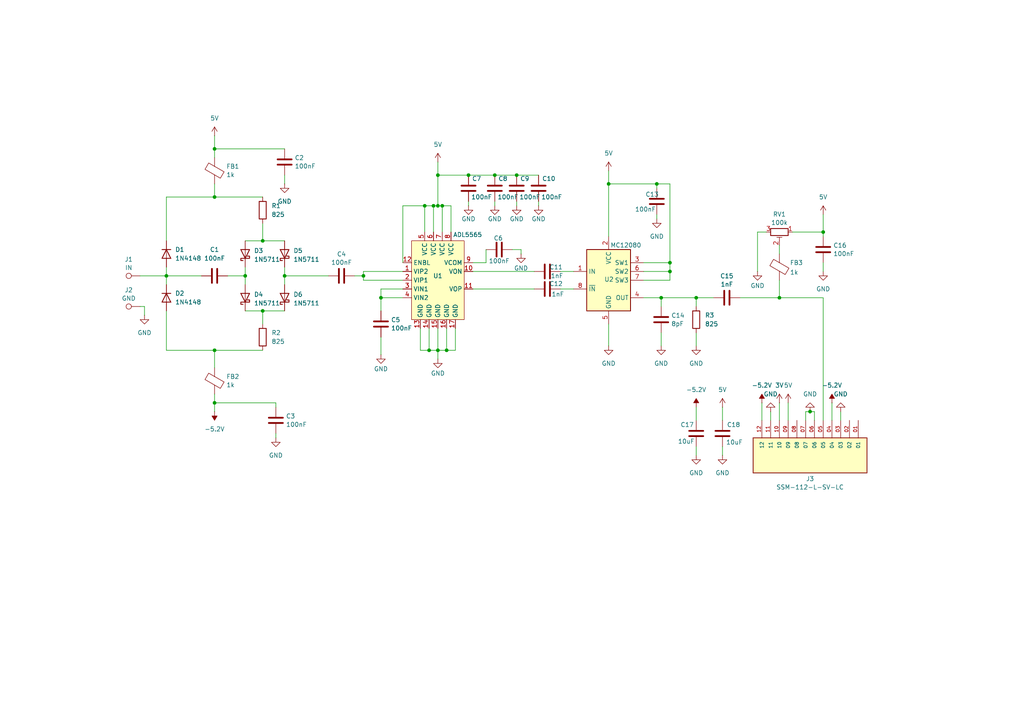
<source format=kicad_sch>
(kicad_sch (version 20231120) (generator "eeschema") (generator_version "8.0")
  (paper "A4")
  (lib_symbols
    (symbol "Connector:TestPoint" (pin_numbers hide) (pin_names (offset 0.762) hide)
      (property "Reference" "TP" (at 0 6.858 0))
      (property "Value" "TestPoint" (at 0 5.08 0))
      (symbol "TestPoint_0_1"
        (circle (center 0 3.302) (radius 0.762))
      )
      (symbol "TestPoint_1_1"
        (pin passive line (at 0 0 90) (length 2.54) (name "1") (number "1"))
      )
    )
    (symbol "Device:C" (pin_numbers hide) (pin_names (offset 0.254))
      (property "Reference" "C" (at 0.635 2.54 0))
      (property "Value" "C" (at 0.635 -2.54 0))
      (symbol "C_0_1"
        (polyline (pts (xy -2.032 -0.762) (xy 2.032 -0.762)) (stroke (width 0.508)))
        (polyline (pts (xy -2.032 0.762) (xy 2.032 0.762)) (stroke (width 0.508)))
      )
      (symbol "C_1_1"
        (pin passive line (at 0 3.81 270) (length 2.794) (name "~") (number "1"))
        (pin passive line (at 0 -3.81 90) (length 2.794) (name "~") (number "2"))
      )
    )
    (symbol "Device:FerriteBead" (pin_numbers hide) (pin_names (offset 0))
      (property "Reference" "FB" (at -3.81 0.635 90))
      (property "Value" "FerriteBead" (at 3.81 0 90))
      (symbol "FerriteBead_0_1"
        (polyline (pts (xy 0 -1.27) (xy 0 -1.2192)))
        (polyline (pts (xy 0 1.27) (xy 0 1.2954)))
        (polyline (pts (xy -2.7686 0.4064) (xy -1.7018 2.2606) (xy 2.7686 -0.3048) (xy 1.6764 -2.159) (xy -2.7686 0.4064)))
      )
      (symbol "FerriteBead_1_1"
        (pin passive line (at 0 3.81 270) (length 2.54) (name "~") (number "1"))
        (pin passive line (at 0 -3.81 90) (length 2.54) (name "~") (number "2"))
      )
    )
    (symbol "Device:R" (pin_numbers hide) (pin_names (offset 0))
      (property "Reference" "R" (at 2.032 0 90))
      (property "Value" "R" (at 0 0 90))
      (symbol "R_0_1"
        (rectangle (start -1.016 -2.54) (end 1.016 2.54) (stroke (width 0.254)))
      )
      (symbol "R_1_1"
        (pin passive line (at 0 3.81 270) (length 1.27) (name "~") (number "1"))
        (pin passive line (at 0 -3.81 90) (length 1.27) (name "~") (number "2"))
      )
    )
    (symbol "Device:R_Potentiometer_Trim" (pin_names (offset 1.016) hide)
      (property "Reference" "RV" (at -4.445 0 90))
      (property "Value" "R_Potentiometer_Trim" (at -2.54 0 90))
      (symbol "R_Potentiometer_Trim_0_1"
        (polyline (pts (xy 1.524 0.762) (xy 1.524 -0.762)))
        (polyline (pts (xy 2.54 0) (xy 1.524 0)))
        (rectangle (start 1.016 2.54) (end -1.016 -2.54) (stroke (width 0.254)))
      )
      (symbol "R_Potentiometer_Trim_1_1"
        (pin passive line (at 0 3.81 270) (length 1.27) (name "1") (number "1"))
        (pin passive line (at 3.81 0 180) (length 1.27) (name "2") (number "2"))
        (pin passive line (at 0 -3.81 90) (length 1.27) (name "3") (number "3"))
      )
    )
    (symbol "Diode:1N4148" (pin_numbers hide) (pin_names hide)
      (property "Reference" "D" (at 0 2.54 0))
      (property "Value" "1N4148" (at 0 -2.54 0))
      (symbol "1N4148_0_1"
        (polyline (pts (xy -1.27 1.27) (xy -1.27 -1.27)) (stroke (width 0.254)))
        (polyline (pts (xy 1.27 0) (xy -1.27 0)))
        (polyline (pts (xy 1.27 1.27) (xy 1.27 -1.27) (xy -1.27 0) (xy 1.27 1.27)) (stroke (width 0.254)))
      )
      (symbol "1N4148_1_1"
        (pin passive line (at -3.81 0 0) (length 2.54) (name "K") (number "1"))
        (pin passive line (at 3.81 0 180) (length 2.54) (name "A") (number "2"))
      )
    )
    (symbol "Diode:1N5711" (pin_numbers hide) (pin_names (offset 1.016) hide)
      (property "Reference" "D" (at 0 2.54 0))
      (property "Value" "1N5711" (at 0 -2.54 0))
      (symbol "1N5711_0_1"
        (polyline (pts (xy 1.27 0) (xy -1.27 0)))
        (polyline (pts (xy 1.27 1.27) (xy 1.27 -1.27) (xy -1.27 0) (xy 1.27 1.27)) (stroke (width 0.254)))
        (polyline (pts (xy -1.905 0.635) (xy -1.905 1.27) (xy -1.27 1.27) (xy -1.27 -1.27) (xy -0.635 -1.27) (xy -0.635 -0.635)) (stroke (width 0.254)))
      )
      (symbol "1N5711_1_1"
        (pin passive line (at -3.81 0 0) (length 2.54) (name "K") (number "1"))
        (pin passive line (at 3.81 0 180) (length 2.54) (name "A") (number "2"))
      )
    )
    (symbol "RF:MC12080"
      (property "Reference" "U" (at -5.08 10.16 0))
      (property "Value" "MC12080" (at 5.08 10.16 0))
      (symbol "MC12080_0_1"
        (rectangle (start -6.35 8.89) (end 6.35 -8.89) (stroke (width 0.254)) (fill (type background)))
      )
      (symbol "MC12080_1_1"
        (pin input line (at -10.16 2.54 0) (length 3.81) (name "IN") (number "1"))
        (pin power_in line (at 0 12.7 270) (length 3.81) (name "VCC") (number "2"))
        (pin input line (at 10.16 5.08 180) (length 3.81) (name "SW1") (number "3"))
        (pin output line (at 10.16 -5.08 180) (length 3.81) (name "OUT") (number "4"))
        (pin power_in line (at 0 -12.7 90) (length 3.81) (name "GND") (number "5"))
        (pin input line (at 10.16 2.54 180) (length 3.81) (name "SW2") (number "6"))
        (pin input line (at 10.16 0 180) (length 3.81) (name "SW3") (number "7"))
        (pin input line (at -10.16 -2.54 0) (length 3.81) (name "~{IN}") (number "8"))
      )
    )
    (symbol "RF_CUSTOM:ADL5565"
      (property "Reference" "U" (at -0.254 0 0))
      (symbol "ADL5565_1_1"
        (rectangle (start -7.62 11.43) (end 7.62 -11.43) (fill (type background)))
        (pin input line (at -10.16 2.54 0) (length 2.54) (name "VIP2") (number "1"))
        (pin output line (at 10.16 2.54 180) (length 2.54) (name "VON") (number "10"))
        (pin output line (at 10.16 -2.54 180) (length 2.54) (name "VOP") (number "11"))
        (pin input line (at -10.16 5.08 0) (length 2.54) (name "ENBL") (number "12"))
        (pin power_in line (at -5.08 -13.97 90) (length 2.54) (name "GND") (number "13"))
        (pin power_in line (at -2.54 -13.97 90) (length 2.54) (name "GND") (number "14"))
        (pin power_in line (at 0 -13.97 90) (length 2.54) (name "GND") (number "15"))
        (pin power_in line (at 2.54 -13.97 90) (length 2.54) (name "GND") (number "16"))
        (pin power_in line (at 5.08 -13.97 90) (length 2.54) (name "GND") (number "17"))
        (pin input line (at -10.16 0 0) (length 2.54) (name "VIP1") (number "2"))
        (pin input line (at -10.16 -2.54 0) (length 2.54) (name "VIN1") (number "3"))
        (pin input line (at -10.16 -5.08 0) (length 2.54) (name "VIN2") (number "4"))
        (pin power_in line (at -3.81 13.97 270) (length 2.54) (name "VCC") (number "5"))
        (pin power_in line (at -1.27 13.97 270) (length 2.54) (name "VCC") (number "6"))
        (pin power_in line (at 1.27 13.97 270) (length 2.54) (name "VCC") (number "7"))
        (pin power_in line (at 3.81 13.97 270) (length 2.54) (name "VCC") (number "8"))
        (pin output line (at 10.16 5.08 180) (length 2.54) (name "VCOM") (number "9"))
      )
    )
    (symbol "SSM-112-L-SV-LC:SSM-112-L-SV-LC" (pin_names (offset 1.016))
      (property "Reference" "J" (at -5.58 16.356 0))
      (property "Value" "SSM-112-L-SV-LC" (at -5.08 -20.32 0))
      (symbol "SSM-112-L-SV-LC_0_0"
        (rectangle (start -5.08 -17.78) (end 5.08 15.24) (stroke (width 0.254)) (fill (type background)))
        (pin passive line (at -10.16 12.7 0) (length 5.08) (name "01") (number "01"))
        (pin passive line (at -10.16 10.16 0) (length 5.08) (name "02") (number "02"))
        (pin passive line (at -10.16 7.62 0) (length 5.08) (name "03") (number "03"))
        (pin passive line (at -10.16 5.08 0) (length 5.08) (name "04") (number "04"))
        (pin passive line (at -10.16 2.54 0) (length 5.08) (name "05") (number "05"))
        (pin passive line (at -10.16 0 0) (length 5.08) (name "06") (number "06"))
        (pin passive line (at -10.16 -2.54 0) (length 5.08) (name "07") (number "07"))
        (pin passive line (at -10.16 -5.08 0) (length 5.08) (name "08") (number "08"))
        (pin passive line (at -10.16 -7.62 0) (length 5.08) (name "09") (number "09"))
        (pin passive line (at -10.16 -10.16 0) (length 5.08) (name "10") (number "10"))
        (pin passive line (at -10.16 -12.7 0) (length 5.08) (name "11") (number "11"))
        (pin passive line (at -10.16 -15.24 0) (length 5.08) (name "12") (number "12"))
      )
    )
    (symbol "power:+3.3V" (power) (pin_numbers hide) (pin_names (offset 0) hide)
      (property "Value" "+3.3V" (at 0 3.556 0))
      (symbol "+3.3V_0_1"
        (polyline (pts (xy -0.762 1.27) (xy 0 2.54)))
        (polyline (pts (xy 0 0) (xy 0 2.54)))
        (polyline (pts (xy 0 2.54) (xy 0.762 1.27)))
      )
      (symbol "+3.3V_1_1"
        (pin power_in line (at 0 0 90) (length 0) (name "~") (number "1"))
      )
    )
    (symbol "power:+5V" (power) (pin_numbers hide) (pin_names (offset 0) hide)
      (property "Value" "+5V" (at 0 3.556 0))
      (symbol "+5V_0_1"
        (polyline (pts (xy -0.762 1.27) (xy 0 2.54)))
        (polyline (pts (xy 0 0) (xy 0 2.54)))
        (polyline (pts (xy 0 2.54) (xy 0.762 1.27)))
      )
      (symbol "+5V_1_1"
        (pin power_in line (at 0 0 90) (length 0) (name "~") (number "1"))
      )
    )
    (symbol "power:-5V" (power) (pin_numbers hide) (pin_names (offset 0) hide)
      (property "Value" "-5V" (at 0 3.556 0))
      (symbol "-5V_0_0"
        (pin power_in line (at 0 0 90) (length 0) (name "~") (number "1"))
      )
      (symbol "-5V_0_1"
        (polyline (pts (xy 0 0) (xy 0 1.27) (xy 0.762 1.27) (xy 0 2.54) (xy -0.762 1.27) (xy 0 1.27)) (fill (type outline)))
      )
    )
    (symbol "power:GND" (power) (pin_numbers hide) (pin_names (offset 0) hide)
      (property "Value" "GND" (at 0 -3.81 0))
      (symbol "GND_0_1"
        (polyline (pts (xy 0 0) (xy 0 -1.27) (xy 1.27 -1.27) (xy 0 -2.54) (xy -1.27 -1.27) (xy 0 -1.27)))
      )
      (symbol "GND_1_1"
        (pin power_in line (at 0 0 270) (length 0) (name "~") (number "1"))
      )
    )
  )
  (junction (at 127 50.8))
  (junction (at 62.23 101.6))
  (junction (at 62.23 43.18))
  (junction (at 191.77 86.36))
  (junction (at 226.06 86.36))
  (junction (at 71.12 80.01))
  (junction (at 62.23 57.15))
  (junction (at 62.23 116.84))
  (junction (at 48.26 80.01))
  (junction (at 194.31 78.74))
  (junction (at 128.27 59.69))
  (junction (at 127 101.6))
  (junction (at 190.5 53.34))
  (junction (at 123.19 59.69))
  (junction (at 238.76 67.31))
  (junction (at 76.2 90.17))
  (junction (at 129.54 101.6))
  (junction (at 143.51 50.8))
  (junction (at 201.93 86.36))
  (junction (at 124.46 101.6))
  (junction (at 176.53 53.34))
  (junction (at 149.86 50.8))
  (junction (at 76.2 69.85))
  (junction (at 127 59.69))
  (junction (at 110.49 86.36))
  (junction (at 125.73 59.69))
  (junction (at 194.31 76.2))
  (junction (at 234.95 119.38))
  (junction (at 82.55 80.01))
  (junction (at 135.89 50.8))
  (junction (at 105.41 80.01))
  (wire (pts (xy 209.55 118.11) (xy 209.55 121.92)))
  (wire (pts (xy 48.26 80.01) (xy 48.26 82.55)))
  (wire (pts (xy 194.31 76.2) (xy 194.31 53.34)))
  (wire (pts (xy 191.77 86.36) (xy 201.93 86.36)))
  (wire (pts (xy 190.5 62.23) (xy 190.5 63.5)))
  (wire (pts (xy 127 50.8) (xy 127 59.69)))
  (wire (pts (xy 105.41 78.74) (xy 105.41 80.01)))
  (wire (pts (xy 220.98 116.84) (xy 220.98 121.92)))
  (wire (pts (xy 201.93 129.54) (xy 201.93 132.08)))
  (wire (pts (xy 110.49 97.79) (xy 110.49 102.87)))
  (wire (pts (xy 121.92 101.6) (xy 124.46 101.6)))
  (wire (pts (xy 129.54 101.6) (xy 127 101.6)))
  (wire (pts (xy 110.49 86.36) (xy 110.49 90.17)))
  (wire (pts (xy 233.68 119.38) (xy 234.95 119.38)))
  (wire (pts (xy 48.26 80.01) (xy 58.42 80.01)))
  (wire (pts (xy 82.55 80.01) (xy 82.55 82.55)))
  (wire (pts (xy 194.31 53.34) (xy 190.5 53.34)))
  (wire (pts (xy 41.91 88.9) (xy 41.91 91.44)))
  (wire (pts (xy 201.93 118.11) (xy 201.93 121.92)))
  (wire (pts (xy 62.23 116.84) (xy 80.01 116.84)))
  (wire (pts (xy 135.89 58.42) (xy 135.89 59.69)))
  (wire (pts (xy 124.46 95.25) (xy 124.46 101.6)))
  (wire (pts (xy 226.06 71.12) (xy 226.06 73.66)))
  (wire (pts (xy 62.23 57.15) (xy 76.2 57.15)))
  (wire (pts (xy 233.68 121.92) (xy 233.68 119.38)))
  (wire (pts (xy 62.23 106.68) (xy 62.23 101.6)))
  (wire (pts (xy 105.41 81.28) (xy 116.84 81.28)))
  (wire (pts (xy 82.55 50.8) (xy 82.55 53.34)))
  (wire (pts (xy 135.89 50.8) (xy 143.51 50.8)))
  (wire (pts (xy 186.69 78.74) (xy 194.31 78.74)))
  (wire (pts (xy 186.69 76.2) (xy 194.31 76.2)))
  (wire (pts (xy 140.97 76.2) (xy 140.97 72.39)))
  (wire (pts (xy 226.06 86.36) (xy 238.76 86.36)))
  (wire (pts (xy 76.2 90.17) (xy 82.55 90.17)))
  (wire (pts (xy 71.12 77.47) (xy 71.12 80.01)))
  (wire (pts (xy 82.55 77.47) (xy 82.55 80.01)))
  (wire (pts (xy 127 46.99) (xy 127 50.8)))
  (wire (pts (xy 162.56 83.82) (xy 166.37 83.82)))
  (wire (pts (xy 40.64 88.9) (xy 41.91 88.9)))
  (wire (pts (xy 190.5 53.34) (xy 176.53 53.34)))
  (wire (pts (xy 236.22 119.38) (xy 234.95 119.38)))
  (wire (pts (xy 127 101.6) (xy 127 104.14)))
  (wire (pts (xy 66.04 80.01) (xy 71.12 80.01)))
  (wire (pts (xy 226.06 81.28) (xy 226.06 86.36)))
  (wire (pts (xy 191.77 96.52) (xy 191.77 100.33)))
  (wire (pts (xy 228.6 116.84) (xy 228.6 121.92)))
  (wire (pts (xy 176.53 93.98) (xy 176.53 100.33)))
  (wire (pts (xy 222.25 67.31) (xy 219.71 67.31)))
  (wire (pts (xy 123.19 59.69) (xy 123.19 67.31)))
  (wire (pts (xy 71.12 90.17) (xy 76.2 90.17)))
  (wire (pts (xy 48.26 77.47) (xy 48.26 80.01)))
  (wire (pts (xy 223.52 119.38) (xy 223.52 121.92)))
  (wire (pts (xy 238.76 62.23) (xy 238.76 67.31)))
  (wire (pts (xy 116.84 83.82) (xy 110.49 83.82)))
  (wire (pts (xy 62.23 101.6) (xy 76.2 101.6)))
  (wire (pts (xy 201.93 96.52) (xy 201.93 100.33)))
  (wire (pts (xy 190.5 53.34) (xy 190.5 54.61)))
  (wire (pts (xy 137.16 78.74) (xy 154.94 78.74)))
  (wire (pts (xy 191.77 86.36) (xy 191.77 88.9)))
  (wire (pts (xy 48.26 57.15) (xy 62.23 57.15)))
  (wire (pts (xy 176.53 53.34) (xy 176.53 68.58)))
  (wire (pts (xy 125.73 59.69) (xy 125.73 67.31)))
  (wire (pts (xy 238.76 67.31) (xy 238.76 68.58)))
  (wire (pts (xy 214.63 86.36) (xy 226.06 86.36)))
  (wire (pts (xy 236.22 121.92) (xy 236.22 119.38)))
  (wire (pts (xy 219.71 67.31) (xy 219.71 78.74)))
  (wire (pts (xy 71.12 69.85) (xy 76.2 69.85)))
  (wire (pts (xy 48.26 69.85) (xy 48.26 57.15)))
  (wire (pts (xy 243.84 119.38) (xy 243.84 121.92)))
  (wire (pts (xy 176.53 49.53) (xy 176.53 53.34)))
  (wire (pts (xy 127 59.69) (xy 125.73 59.69)))
  (wire (pts (xy 105.41 78.74) (xy 116.84 78.74)))
  (wire (pts (xy 62.23 43.18) (xy 82.55 43.18)))
  (wire (pts (xy 62.23 114.3) (xy 62.23 116.84)))
  (wire (pts (xy 143.51 58.42) (xy 143.51 59.69)))
  (wire (pts (xy 162.56 78.74) (xy 166.37 78.74)))
  (wire (pts (xy 137.16 76.2) (xy 140.97 76.2)))
  (wire (pts (xy 116.84 59.69) (xy 123.19 59.69)))
  (wire (pts (xy 229.87 67.31) (xy 238.76 67.31)))
  (wire (pts (xy 80.01 125.73) (xy 80.01 127)))
  (wire (pts (xy 62.23 116.84) (xy 62.23 119.38)))
  (wire (pts (xy 151.13 72.39) (xy 151.13 73.66)))
  (wire (pts (xy 148.59 72.39) (xy 151.13 72.39)))
  (wire (pts (xy 156.21 58.42) (xy 156.21 59.69)))
  (wire (pts (xy 40.64 80.01) (xy 48.26 80.01)))
  (wire (pts (xy 110.49 83.82) (xy 110.49 86.36)))
  (wire (pts (xy 62.23 39.37) (xy 62.23 43.18)))
  (wire (pts (xy 201.93 86.36) (xy 207.01 86.36)))
  (wire (pts (xy 76.2 64.77) (xy 76.2 69.85)))
  (wire (pts (xy 149.86 50.8) (xy 156.21 50.8)))
  (wire (pts (xy 62.23 43.18) (xy 62.23 45.72)))
  (wire (pts (xy 128.27 59.69) (xy 130.81 59.69)))
  (wire (pts (xy 186.69 81.28) (xy 194.31 81.28)))
  (wire (pts (xy 71.12 80.01) (xy 71.12 82.55)))
  (wire (pts (xy 143.51 50.8) (xy 149.86 50.8)))
  (wire (pts (xy 121.92 95.25) (xy 121.92 101.6)))
  (wire (pts (xy 137.16 83.82) (xy 154.94 83.82)))
  (wire (pts (xy 82.55 80.01) (xy 95.25 80.01)))
  (wire (pts (xy 76.2 69.85) (xy 82.55 69.85)))
  (wire (pts (xy 124.46 101.6) (xy 127 101.6)))
  (wire (pts (xy 132.08 101.6) (xy 129.54 101.6)))
  (wire (pts (xy 105.41 81.28) (xy 105.41 80.01)))
  (wire (pts (xy 127 95.25) (xy 127 101.6)))
  (wire (pts (xy 80.01 116.84) (xy 80.01 118.11)))
  (wire (pts (xy 129.54 95.25) (xy 129.54 101.6)))
  (wire (pts (xy 194.31 78.74) (xy 194.31 76.2)))
  (wire (pts (xy 128.27 59.69) (xy 128.27 67.31)))
  (wire (pts (xy 48.26 101.6) (xy 62.23 101.6)))
  (wire (pts (xy 76.2 90.17) (xy 76.2 93.98)))
  (wire (pts (xy 201.93 86.36) (xy 201.93 88.9)))
  (wire (pts (xy 209.55 129.54) (xy 209.55 132.08)))
  (wire (pts (xy 48.26 90.17) (xy 48.26 101.6)))
  (wire (pts (xy 238.76 76.2) (xy 238.76 78.74)))
  (wire (pts (xy 130.81 59.69) (xy 130.81 67.31)))
  (wire (pts (xy 116.84 76.2) (xy 116.84 59.69)))
  (wire (pts (xy 241.3 116.84) (xy 241.3 121.92)))
  (wire (pts (xy 186.69 86.36) (xy 191.77 86.36)))
  (wire (pts (xy 194.31 81.28) (xy 194.31 78.74)))
  (wire (pts (xy 110.49 86.36) (xy 116.84 86.36)))
  (wire (pts (xy 226.06 116.84) (xy 226.06 121.92)))
  (wire (pts (xy 132.08 95.25) (xy 132.08 101.6)))
  (wire (pts (xy 62.23 53.34) (xy 62.23 57.15)))
  (wire (pts (xy 125.73 59.69) (xy 123.19 59.69)))
  (wire (pts (xy 149.86 58.42) (xy 149.86 59.69)))
  (wire (pts (xy 105.41 80.01) (xy 102.87 80.01)))
  (wire (pts (xy 127 50.8) (xy 135.89 50.8)))
  (wire (pts (xy 127 59.69) (xy 128.27 59.69)))
  (wire (pts (xy 238.76 121.92) (xy 238.76 86.36)))
  (symbol (lib_id "power:GND") (at 156.21 59.69 0) (unit 1)
    (property "Reference" "#PWR031" (effects (hide yes)))
    (property "Value" "GND" (at 156.21 63.5 0))
    (property "Description" "Power symbol creates a global label with name \"GND\" , ground" (effects (hide yes)))
  )
  (symbol (lib_id "power:+5V") (at 176.53 49.53 0) (unit 1)
    (property "Reference" "#PWR013" (effects (hide yes)))
    (property "Value" "5V" (at 176.53 44.45 0))
    (property "Description" "Power symbol creates a global label with name \"+5V\"" (effects (hide yes)))
  )
  (symbol (lib_id "Device:R") (at 76.2 60.96 0) (unit 1)
    (property "Reference" "R1" (at 78.74 59.6899 0) (effects (justify left)))
    (property "Value" "825" (at 78.74 62.2299 0) (effects (justify left)))
    (property "Footprint" "Resistor_SMD:R_0805_2012Metric" (effects (hide yes)))
    (property "Description" "Resistor" (effects (hide yes)))
  )
  (symbol (lib_id "power:GND") (at 149.86 59.69 0) (unit 1)
    (property "Reference" "#PWR030" (effects (hide yes)))
    (property "Value" "GND" (at 149.86 63.5 0))
    (property "Description" "Power symbol creates a global label with name \"GND\" , ground" (effects (hide yes)))
  )
  (symbol (lib_id "power:GND") (at 151.13 73.66 0) (unit 1)
    (property "Reference" "#PWR028" (effects (hide yes)))
    (property "Value" "GND" (at 151.13 77.7931 0))
    (property "Description" "Power symbol creates a global label with name \"GND\" , ground" (effects (hide yes)))
  )
  (symbol (lib_id "Device:C") (at 158.75 78.74 90) (unit 1)
    (property "Reference" "C11" (at 161.29 77.47 90))
    (property "Value" "1nF" (at 161.544 80.01 90))
    (property "Footprint" "Capacitor_SMD:C_0805_2012Metric" (effects (hide yes)))
    (property "Description" "Unpolarized capacitor" (effects (hide yes)))
  )
  (symbol (lib_id "Device:FerriteBead") (at 62.23 49.53 0) (unit 1)
    (property "Reference" "FB1" (at 65.6336 48.267 0) (effects (justify left)))
    (property "Value" "1k" (at 65.6336 50.6913 0) (effects (justify left)))
    (property "Footprint" "Inductor_SMD:L_0805_2012Metric" (effects (hide yes)))
    (property "Description" "Ferrite bead" (effects (hide yes)))
  )
  (symbol (lib_id "Device:R") (at 201.93 92.71 0) (unit 1)
    (property "Reference" "R3" (at 204.47 91.4399 0) (effects (justify left)))
    (property "Value" "825" (at 204.47 93.9799 0) (effects (justify left)))
    (property "Footprint" "Resistor_SMD:R_0805_2012Metric" (effects (hide yes)))
    (property "Description" "Resistor" (effects (hide yes)))
  )
  (symbol (lib_id "Connector:TestPoint") (at 40.64 88.9 90) (unit 1)
    (property "Reference" "J2" (at 37.338 84.1205 90))
    (property "Value" "GND" (at 37.338 86.5448 90))
    (property "Footprint" "TestPoint:TestPoint_Bridge_Pitch2.54mm_Drill1.0mm" (effects (hide yes)))
    (property "Description" "test point" (effects (hide yes)))
  )
  (symbol (lib_id "Connector:TestPoint") (at 40.64 80.01 90) (unit 1)
    (property "Reference" "J1" (at 37.338 75.2305 90))
    (property "Value" "IN" (at 37.338 77.6548 90))
    (property "Footprint" "TestPoint:TestPoint_Loop_D2.50mm_Drill1.0mm" (effects (hide yes)))
    (property "Description" "test point" (effects (hide yes)))
  )
  (symbol (lib_id "power:+5V") (at 62.23 39.37 0) (unit 1)
    (property "Reference" "#PWR02" (effects (hide yes)))
    (property "Value" "5V" (at 62.23 34.29 0))
    (property "Description" "Power symbol creates a global label with name \"+5V\"" (effects (hide yes)))
  )
  (symbol (lib_id "power:GND") (at 238.76 78.74 0) (unit 1)
    (property "Reference" "#PWR021" (effects (hide yes)))
    (property "Value" "GND" (at 238.76 83.82 0))
    (property "Description" "Power symbol creates a global label with name \"GND\" , ground" (effects (hide yes)))
  )
  (symbol (lib_id "Diode:1N5711") (at 82.55 86.36 90) (unit 1)
    (property "Reference" "D6" (at 85.09 85.4074 90) (effects (justify right)))
    (property "Value" "1N5711" (at 85.09 87.9474 90) (effects (justify right)))
    (property "Footprint" "Diode_SMD:D_SOD-123F" (effects (hide yes)))
    (property "Datasheet" "https://www.microsemi.com/document-portal/doc_download/8865-lds-0040-datasheet" (effects (hide yes)))
    (property "Description" "70V 33mA Schottky diode, DO-35" (effects (hide yes)))
  )
  (symbol (lib_id "Device:C") (at 144.78 72.39 90) (unit 1)
    (property "Reference" "C6" (at 144.526 69.088 90))
    (property "Value" "100nF" (at 144.78 75.692 90))
    (property "Footprint" "Capacitor_SMD:C_0805_2012Metric" (effects (hide yes)))
    (property "Description" "Unpolarized capacitor" (effects (hide yes)))
  )
  (symbol (lib_id "Device:C") (at 82.55 46.99 0) (unit 1)
    (property "Reference" "C2" (at 85.471 45.7778 0) (effects (justify left)))
    (property "Value" "100nF" (at 85.471 48.2021 0) (effects (justify left)))
    (property "Footprint" "Capacitor_SMD:C_0805_2012Metric" (effects (hide yes)))
    (property "Description" "Unpolarized capacitor" (effects (hide yes)))
  )
  (symbol (lib_id "Device:C") (at 201.93 125.73 0) (unit 1)
    (property "Reference" "C17" (at 197.358 123.19 0) (effects (justify left)))
    (property "Value" "10uF" (at 196.596 128.016 0) (effects (justify left)))
    (property "Footprint" "Resistor_SMD:R_1210_3225Metric" (effects (hide yes)))
    (property "Description" "Unpolarized capacitor" (effects (hide yes)))
  )
  (symbol (lib_id "power:GND") (at 127 104.14 0) (unit 1)
    (property "Reference" "#PWR011" (effects (hide yes)))
    (property "Value" "GND" (at 127 108.2731 0))
    (property "Description" "Power symbol creates a global label with name \"GND\" , ground" (effects (hide yes)))
  )
  (symbol (lib_id "power:GND") (at 135.89 59.69 0) (unit 1)
    (property "Reference" "#PWR026" (effects (hide yes)))
    (property "Value" "GND" (at 135.89 63.5 0))
    (property "Description" "Power symbol creates a global label with name \"GND\" , ground" (effects (hide yes)))
  )
  (symbol (lib_id "power:GND") (at 82.55 53.34 0) (unit 1)
    (property "Reference" "#PWR018" (effects (hide yes)))
    (property "Value" "GND" (at 82.55 58.42 0))
    (property "Description" "Power symbol creates a global label with name \"GND\" , ground" (effects (hide yes)))
  )
  (symbol (lib_id "Diode:1N5711") (at 71.12 73.66 90) (unit 1)
    (property "Reference" "D3" (at 73.66 72.7074 90) (effects (justify right)))
    (property "Value" "1N5711" (at 73.66 75.2474 90) (effects (justify right)))
    (property "Footprint" "Diode_SMD:D_SOD-123F" (effects (hide yes)))
    (property "Datasheet" "https://www.microsemi.com/document-portal/doc_download/8865-lds-0040-datasheet" (effects (hide yes)))
    (property "Description" "70V 33mA Schottky diode, DO-35" (effects (hide yes)))
  )
  (symbol (lib_id "Device:FerriteBead") (at 62.23 110.49 0) (unit 1)
    (property "Reference" "FB2" (at 65.6336 109.227 0) (effects (justify left)))
    (property "Value" "1k" (at 65.6336 111.6513 0) (effects (justify left)))
    (property "Footprint" "Inductor_SMD:L_0805_2012Metric" (effects (hide yes)))
    (property "Description" "Ferrite bead" (effects (hide yes)))
  )
  (symbol (lib_id "Device:C") (at 158.75 83.82 90) (unit 1)
    (property "Reference" "C12" (at 161.29 82.296 90))
    (property "Value" "1nF" (at 161.798 85.344 90))
    (property "Footprint" "Capacitor_SMD:C_0805_2012Metric" (effects (hide yes)))
    (property "Description" "Unpolarized capacitor" (effects (hide yes)))
  )
  (symbol (lib_id "Device:C") (at 190.5 58.42 0) (unit 1)
    (property "Reference" "C13" (at 187.198 56.388 0) (effects (justify left)))
    (property "Value" "100nF" (at 184.15 60.706 0) (effects (justify left)))
    (property "Footprint" "Capacitor_SMD:C_0805_2012Metric" (effects (hide yes)))
    (property "Description" "Unpolarized capacitor" (effects (hide yes)))
  )
  (symbol (lib_id "power:GND") (at 234.95 119.38 180) (unit 1)
    (property "Reference" "#PWR09" (effects (hide yes)))
    (property "Value" "GND" (at 234.95 114.3 0))
    (property "Description" "Power symbol creates a global label with name \"GND\" , ground" (effects (hide yes)))
  )
  (symbol (lib_id "power:GND") (at 201.93 132.08 0) (unit 1)
    (property "Reference" "#PWR022" (effects (hide yes)))
    (property "Value" "GND" (at 201.93 137.16 0))
    (property "Description" "Power symbol creates a global label with name \"GND\" , ground" (effects (hide yes)))
  )
  (symbol (lib_id "power:+3.3V") (at 226.06 116.84 0) (unit 1)
    (property "Reference" "#PWR04" (effects (hide yes)))
    (property "Value" "3V" (at 226.06 111.76 0))
    (property "Description" "Power symbol creates a global label with name \"+3.3V\"" (effects (hide yes)))
  )
  (symbol (lib_id "Diode:1N5711") (at 82.55 73.66 90) (unit 1)
    (property "Reference" "D5" (at 85.09 72.7074 90) (effects (justify right)))
    (property "Value" "1N5711" (at 85.09 75.2474 90) (effects (justify right)))
    (property "Footprint" "Diode_SMD:D_SOD-123F" (effects (hide yes)))
    (property "Datasheet" "https://www.microsemi.com/document-portal/doc_download/8865-lds-0040-datasheet" (effects (hide yes)))
    (property "Description" "70V 33mA Schottky diode, DO-35" (effects (hide yes)))
  )
  (symbol (lib_id "power:-5V") (at 241.3 116.84 0) (unit 1)
    (property "Reference" "#PWR06" (effects (hide yes)))
    (property "Value" "-5.2V" (at 241.3 111.76 0))
    (property "Description" "Power symbol creates a global label with name \"-5V\"" (effects (hide yes)))
  )
  (symbol (lib_id "power:-5V") (at 201.93 118.11 0) (unit 1)
    (property "Reference" "#PWR024" (effects (hide yes)))
    (property "Value" "-5.2V" (at 201.93 113.03 0))
    (property "Description" "Power symbol creates a global label with name \"-5V\"" (effects (hide yes)))
  )
  (symbol (lib_id "Device:C") (at 99.06 80.01 90) (unit 1)
    (property "Reference" "C4" (at 99.06 73.7065 90))
    (property "Value" "100nF" (at 99.06 76.1308 90))
    (property "Footprint" "Capacitor_SMD:C_0805_2012Metric" (effects (hide yes)))
    (property "Description" "Unpolarized capacitor" (effects (hide yes)))
  )
  (symbol (lib_id "Device:C") (at 62.23 80.01 90) (unit 1)
    (property "Reference" "C1" (at 62.23 72.39 90))
    (property "Value" "100nF" (at 62.23 74.93 90))
    (property "Footprint" "Capacitor_SMD:C_0805_2012Metric" (effects (hide yes)))
    (property "Description" "Unpolarized capacitor" (effects (hide yes)))
  )
  (symbol (lib_id "Device:C") (at 191.77 92.71 0) (unit 1)
    (property "Reference" "C14" (at 194.691 91.4978 0) (effects (justify left)))
    (property "Value" "8pF" (at 194.691 93.9221 0) (effects (justify left)))
    (property "Footprint" "Capacitor_SMD:C_0805_2012Metric" (effects (hide yes)))
    (property "Description" "Unpolarized capacitor" (effects (hide yes)))
  )
  (symbol (lib_id "Device:C") (at 209.55 125.73 0) (unit 1)
    (property "Reference" "C18" (at 210.82 123.19 0) (effects (justify left)))
    (property "Value" "10uF" (at 210.566 128.27 0) (effects (justify left)))
    (property "Footprint" "Resistor_SMD:R_1210_3225Metric" (effects (hide yes)))
    (property "Description" "Unpolarized capacitor" (effects (hide yes)))
  )
  (symbol (lib_id "power:-5V") (at 220.98 116.84 0) (unit 1)
    (property "Reference" "#PWR05" (effects (hide yes)))
    (property "Value" "-5.2V" (at 220.98 111.76 0))
    (property "Description" "Power symbol creates a global label with name \"-5V\"" (effects (hide yes)))
  )
  (symbol (lib_id "power:GND") (at 209.55 132.08 0) (unit 1)
    (property "Reference" "#PWR023" (effects (hide yes)))
    (property "Value" "GND" (at 209.55 137.16 0))
    (property "Description" "Power symbol creates a global label with name \"GND\" , ground" (effects (hide yes)))
  )
  (symbol (lib_id "power:GND") (at 143.51 59.69 0) (unit 1)
    (property "Reference" "#PWR029" (effects (hide yes)))
    (property "Value" "GND" (at 143.51 63.5 0))
    (property "Description" "Power symbol creates a global label with name \"GND\" , ground" (effects (hide yes)))
  )
  (symbol (lib_id "power:GND") (at 223.52 119.38 180) (unit 1)
    (property "Reference" "#PWR010" (effects (hide yes)))
    (property "Value" "GND" (at 223.52 114.3 0))
    (property "Description" "Power symbol creates a global label with name \"GND\" , ground" (effects (hide yes)))
  )
  (symbol (lib_id "power:GND") (at 201.93 100.33 0) (unit 1)
    (property "Reference" "#PWR015" (effects (hide yes)))
    (property "Value" "GND" (at 201.93 105.41 0))
    (property "Description" "Power symbol creates a global label with name \"GND\" , ground" (effects (hide yes)))
  )
  (symbol (lib_id "power:GND") (at 219.71 78.74 0) (unit 1)
    (property "Reference" "#PWR016" (effects (hide yes)))
    (property "Value" "GND" (at 219.71 82.8731 0))
    (property "Description" "Power symbol creates a global label with name \"GND\" , ground" (effects (hide yes)))
  )
  (symbol (lib_id "power:+3.3V") (at 209.55 118.11 0) (unit 1)
    (property "Reference" "#PWR025" (effects (hide yes)))
    (property "Value" "5V" (at 209.55 113.03 0))
    (property "Description" "Power symbol creates a global label with name \"+3.3V\"" (effects (hide yes)))
  )
  (symbol (lib_id "power:+5V") (at 238.76 62.23 0) (unit 1)
    (property "Reference" "#PWR020" (effects (hide yes)))
    (property "Value" "5V" (at 238.76 57.15 0))
    (property "Description" "Power symbol creates a global label with name \"+5V\"" (effects (hide yes)))
  )
  (symbol (lib_id "Device:C") (at 238.76 72.39 0) (unit 1)
    (property "Reference" "C16" (at 241.681 71.1778 0) (effects (justify left)))
    (property "Value" "100nF" (at 241.681 73.6021 0) (effects (justify left)))
    (property "Footprint" "Capacitor_SMD:C_0805_2012Metric" (effects (hide yes)))
    (property "Description" "Unpolarized capacitor" (effects (hide yes)))
  )
  (symbol (lib_id "power:GND") (at 176.53 100.33 0) (unit 1)
    (property "Reference" "#PWR012" (effects (hide yes)))
    (property "Value" "GND" (at 176.53 105.41 0))
    (property "Description" "Power symbol creates a global label with name \"GND\" , ground" (effects (hide yes)))
  )
  (symbol (lib_id "Device:C") (at 110.49 93.98 0) (unit 1)
    (property "Reference" "C5" (at 113.411 92.7678 0) (effects (justify left)))
    (property "Value" "100nF" (at 113.411 95.1921 0) (effects (justify left)))
    (property "Footprint" "Capacitor_SMD:C_0805_2012Metric" (effects (hide yes)))
    (property "Description" "Unpolarized capacitor" (effects (hide yes)))
  )
  (symbol (lib_id "Device:C") (at 149.86 54.61 0) (unit 1)
    (property "Reference" "C9" (at 150.876 51.816 0) (effects (justify left)))
    (property "Value" "100nF" (at 150.622 57.15 0) (effects (justify left)))
    (property "Footprint" "Capacitor_SMD:C_0805_2012Metric" (effects (hide yes)))
    (property "Description" "Unpolarized capacitor" (effects (hide yes)))
  )
  (symbol (lib_id "power:-5V") (at 62.23 119.38 180) (unit 1)
    (property "Reference" "#PWR03" (effects (hide yes)))
    (property "Value" "-5.2V" (at 62.23 124.46 0))
    (property "Description" "Power symbol creates a global label with name \"-5V\"" (effects (hide yes)))
  )
  (symbol (lib_id "power:GND") (at 243.84 119.38 180) (unit 1)
    (property "Reference" "#PWR08" (effects (hide yes)))
    (property "Value" "GND" (at 243.84 114.3 0))
    (property "Description" "Power symbol creates a global label with name \"GND\" , ground" (effects (hide yes)))
  )
  (symbol (lib_id "power:GND") (at 110.49 102.87 0) (unit 1)
    (property "Reference" "#PWR032" (effects (hide yes)))
    (property "Value" "GND" (at 110.49 107.0031 0))
    (property "Description" "Power symbol creates a global label with name \"GND\" , ground" (effects (hide yes)))
  )
  (symbol (lib_id "Device:FerriteBead") (at 226.06 77.47 0) (unit 1)
    (property "Reference" "FB3" (at 229.108 76.2 0) (effects (justify left)))
    (property "Value" "1k" (at 229.108 78.994 0) (effects (justify left)))
    (property "Footprint" "Inductor_SMD:L_0805_2012Metric" (effects (hide yes)))
    (property "Description" "Ferrite bead" (effects (hide yes)))
  )
  (symbol (lib_id "power:GND") (at 190.5 63.5 0) (unit 1)
    (property "Reference" "#PWR017" (effects (hide yes)))
    (property "Value" "GND" (at 190.5 68.58 0))
    (property "Description" "Power symbol creates a global label with name \"GND\" , ground" (effects (hide yes)))
  )
  (symbol (lib_id "Device:C") (at 80.01 121.92 0) (unit 1)
    (property "Reference" "C3" (at 82.931 120.7078 0) (effects (justify left)))
    (property "Value" "100nF" (at 82.931 123.1321 0) (effects (justify left)))
    (property "Footprint" "Capacitor_SMD:C_0805_2012Metric" (effects (hide yes)))
    (property "Description" "Unpolarized capacitor" (effects (hide yes)))
  )
  (symbol (lib_id "SSM-112-L-SV-LC:SSM-112-L-SV-LC") (at 236.22 132.08 270) (unit 1)
    (property "Reference" "J3" (at 234.95 138.8801 90))
    (property "Value" "SSM-112-L-SV-LC" (at 234.95 141.3044 90))
    (property "Footprint" "Library:SAMTEC_SSM-112-L-SV-LC" (effects (hide yes)))
    (property "MANUFACTURER" "SAMTEC" (effects (hide yes)))
  )
  (symbol (lib_id "power:GND") (at 80.01 127 0) (unit 1)
    (property "Reference" "#PWR019" (effects (hide yes)))
    (property "Value" "GND" (at 80.01 132.08 0))
    (property "Description" "Power symbol creates a global label with name \"GND\" , ground" (effects (hide yes)))
  )
  (symbol (lib_id "RF_CUSTOM:ADL5565") (at 127 81.28 0) (unit 1)
    (property "Reference" "U1" (at 127 80.01 0))
    (property "Value" "ADL5565" (at 135.636 68.072 0))
    (property "Footprint" "Package_CSP:LFCSP-16-1EP_3x3mm_P0.5mm_EP1.6x1.6mm_ThermalVias" (effects (hide yes)))
  )
  (symbol (lib_id "Device:C") (at 210.82 86.36 90) (unit 1)
    (property "Reference" "C15" (at 210.82 80.0565 90))
    (property "Value" "1nF" (at 210.82 82.4808 90))
    (property "Footprint" "Capacitor_SMD:C_0805_2012Metric" (effects (hide yes)))
    (property "Description" "Unpolarized capacitor" (effects (hide yes)))
  )
  (symbol (lib_id "power:GND") (at 41.91 91.44 0) (unit 1)
    (property "Reference" "#PWR01" (effects (hide yes)))
    (property "Value" "GND" (at 41.91 96.52 0))
    (property "Description" "Power symbol creates a global label with name \"GND\" , ground" (effects (hide yes)))
  )
  (symbol (lib_id "Device:R") (at 76.2 97.79 0) (unit 1)
    (property "Reference" "R2" (at 78.74 96.5199 0) (effects (justify left)))
    (property "Value" "825" (at 78.74 99.0599 0) (effects (justify left)))
    (property "Footprint" "Resistor_SMD:R_0805_2012Metric" (effects (hide yes)))
    (property "Description" "Resistor" (effects (hide yes)))
  )
  (symbol (lib_id "Device:C") (at 156.21 54.61 0) (unit 1)
    (property "Reference" "C10" (at 157.226 51.816 0) (effects (justify left)))
    (property "Value" "100nF" (at 156.972 57.15 0) (effects (justify left)))
    (property "Footprint" "Capacitor_SMD:C_0805_2012Metric" (effects (hide yes)))
    (property "Description" "Unpolarized capacitor" (effects (hide yes)))
  )
  (symbol (lib_id "Device:R_Potentiometer_Trim") (at 226.06 67.31 270) (unit 1)
    (property "Reference" "RV1" (at 226.06 62.1495 90))
    (property "Value" "100k" (at 226.06 64.5738 90))
    (property "Footprint" "Potentiometer_SMD:Potentiometer_Bourns_3314G_Vertical" (effects (hide yes)))
    (property "Description" "Trim-potentiometer" (effects (hide yes)))
  )
  (symbol (lib_id "Diode:1N5711") (at 71.12 86.36 90) (unit 1)
    (property "Reference" "D4" (at 73.66 85.4074 90) (effects (justify right)))
    (property "Value" "1N5711" (at 73.66 87.9474 90) (effects (justify right)))
    (property "Footprint" "Diode_SMD:D_SOD-123F" (effects (hide yes)))
    (property "Datasheet" "https://www.microsemi.com/document-portal/doc_download/8865-lds-0040-datasheet" (effects (hide yes)))
    (property "Description" "70V 33mA Schottky diode, DO-35" (effects (hide yes)))
  )
  (symbol (lib_id "Diode:1N4148") (at 48.26 86.36 270) (unit 1)
    (property "Reference" "D2" (at 50.8 85.0899 90) (effects (justify left)))
    (property "Value" "1N4148" (at 50.8 87.6299 90) (effects (justify left)))
    (property "Footprint" "Diode_SMD:D_SOD-123F" (effects (hide yes)))
    (property "Datasheet" "https://assets.nexperia.com/documents/data-sheet/1N4148_1N4448.pdf" (effects (hide yes)))
    (property "Description" "100V 0.15A standard switching diode, DO-35" (effects (hide yes)))
    (property "Sim.Device" "D" (effects (hide yes)))
    (property "Sim.Pins" "1=K 2=A" (effects (hide yes)))
  )
  (symbol (lib_id "RF:MC12080") (at 176.53 81.28 0) (unit 1)
    (property "Reference" "U2" (at 175.26 81.026 0) (effects (justify left)))
    (property "Value" "MC12080" (at 177.038 71.12 0) (effects (justify left)))
    (property "Footprint" "Package_SO:SOIC-8_3.9x4.9mm_P1.27mm" (effects (hide yes)))
    (property "Datasheet" "https://www.onsemi.com/pub/Collateral/MC12080-D.PDF" (effects (hide yes)))
    (property "Description" "1.1 GHz Prescaler, divide by 10 20 40 80, SOIC-8" (effects (hide yes)))
  )
  (symbol (lib_id "power:+5V") (at 127 46.99 0) (unit 1)
    (property "Reference" "#PWR027" (effects (hide yes)))
    (property "Value" "5V" (at 127 41.91 0))
    (property "Description" "Power symbol creates a global label with name \"+5V\"" (effects (hide yes)))
  )
  (symbol (lib_id "power:GND") (at 191.77 100.33 0) (unit 1)
    (property "Reference" "#PWR014" (effects (hide yes)))
    (property "Value" "GND" (at 191.77 105.41 0))
    (property "Description" "Power symbol creates a global label with name \"GND\" , ground" (effects (hide yes)))
  )
  (symbol (lib_id "Diode:1N4148") (at 48.26 73.66 270) (unit 1)
    (property "Reference" "D1" (at 50.8 72.3899 90) (effects (justify left)))
    (property "Value" "1N4148" (at 50.8 74.9299 90) (effects (justify left)))
    (property "Footprint" "Diode_SMD:D_SOD-123F" (effects (hide yes)))
    (property "Datasheet" "https://assets.nexperia.com/documents/data-sheet/1N4148_1N4448.pdf" (effects (hide yes)))
    (property "Description" "100V 0.15A standard switching diode, DO-35" (effects (hide yes)))
    (property "Sim.Device" "D" (effects (hide yes)))
    (property "Sim.Pins" "1=K 2=A" (effects (hide yes)))
  )
  (symbol (lib_id "power:+3.3V") (at 228.6 116.84 0) (unit 1)
    (property "Reference" "#PWR07" (effects (hide yes)))
    (property "Value" "5V" (at 228.6 111.76 0))
    (property "Description" "Power symbol creates a global label with name \"+3.3V\"" (effects (hide yes)))
  )
  (symbol (lib_id "Device:C") (at 143.51 54.61 0) (unit 1)
    (property "Reference" "C8" (at 144.526 51.816 0) (effects (justify left)))
    (property "Value" "100nF" (at 144.272 57.15 0) (effects (justify left)))
    (property "Footprint" "Capacitor_SMD:C_0805_2012Metric" (effects (hide yes)))
    (property "Description" "Unpolarized capacitor" (effects (hide yes)))
  )
  (symbol (lib_id "Device:C") (at 135.89 54.61 0) (unit 1)
    (property "Reference" "C7" (at 136.906 51.816 0) (effects (justify left)))
    (property "Value" "100nF" (at 136.652 57.15 0) (effects (justify left)))
    (property "Footprint" "Capacitor_SMD:C_0805_2012Metric" (effects (hide yes)))
    (property "Description" "Unpolarized capacitor" (effects (hide yes)))
  )
)
</source>
